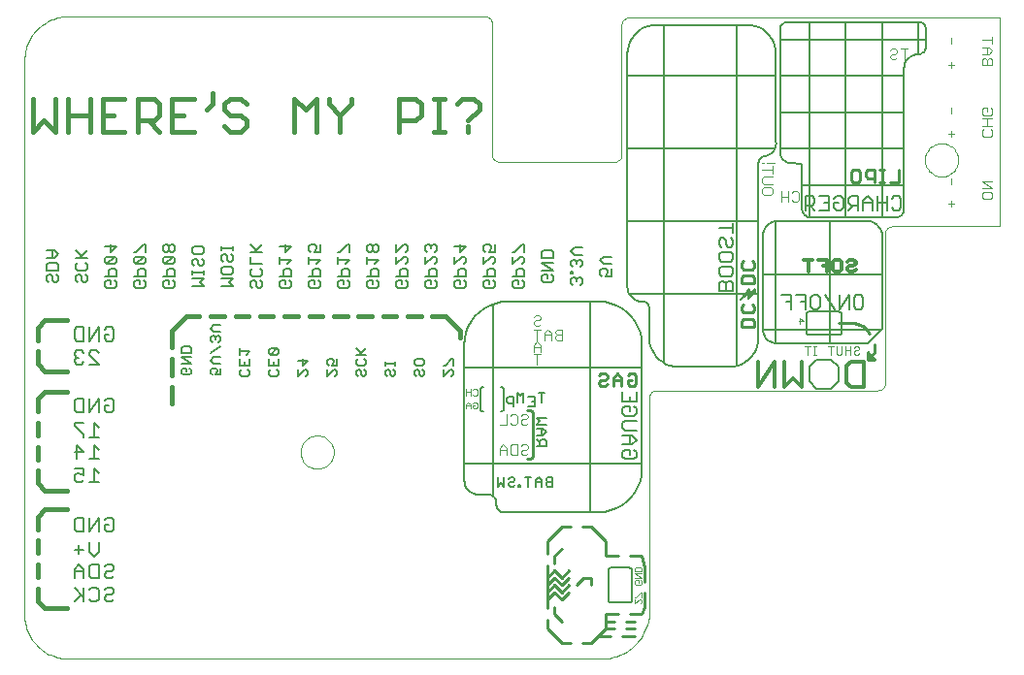
<source format=gbo>
G75*
G70*
%OFA0B0*%
%FSLAX24Y24*%
%IPPOS*%
%LPD*%
%AMOC8*
5,1,8,0,0,1.08239X$1,22.5*
%
%ADD10C,0.0060*%
%ADD11C,0.0030*%
%ADD12C,0.0080*%
%ADD13C,0.0050*%
%ADD14C,0.0020*%
%ADD15C,0.0040*%
%ADD16C,0.0120*%
%ADD17C,0.0110*%
%ADD18C,0.0100*%
%ADD19C,0.0090*%
%ADD20C,0.0160*%
%ADD21C,0.0000*%
D10*
X012254Y011261D02*
X012254Y011375D01*
X012311Y011431D01*
X012424Y011431D01*
X012424Y011318D01*
X012537Y011431D02*
X012594Y011375D01*
X012594Y011261D01*
X012537Y011204D01*
X012311Y011204D01*
X012254Y011261D01*
X012254Y011573D02*
X012594Y011573D01*
X012254Y011800D01*
X012594Y011800D01*
X012594Y011941D02*
X012254Y011941D01*
X012254Y012111D01*
X012311Y012168D01*
X012537Y012168D01*
X012594Y012111D01*
X012594Y011941D01*
X013254Y011941D02*
X013594Y012168D01*
X013537Y012309D02*
X013594Y012366D01*
X013594Y012479D01*
X013537Y012536D01*
X013481Y012536D01*
X013424Y012479D01*
X013367Y012536D01*
X013311Y012536D01*
X013254Y012479D01*
X013254Y012366D01*
X013311Y012309D01*
X013424Y012423D02*
X013424Y012479D01*
X013367Y012678D02*
X013254Y012791D01*
X013367Y012905D01*
X013594Y012905D01*
X013594Y012678D02*
X013367Y012678D01*
X014254Y012118D02*
X014254Y011891D01*
X014254Y012004D02*
X014594Y012004D01*
X014481Y011891D01*
X014594Y011750D02*
X014594Y011523D01*
X014254Y011523D01*
X014254Y011750D01*
X014424Y011636D02*
X014424Y011523D01*
X014311Y011381D02*
X014254Y011325D01*
X014254Y011211D01*
X014311Y011154D01*
X014537Y011154D01*
X014594Y011211D01*
X014594Y011325D01*
X014537Y011381D01*
X015254Y011325D02*
X015254Y011211D01*
X015311Y011154D01*
X015537Y011154D01*
X015594Y011211D01*
X015594Y011325D01*
X015537Y011381D01*
X015594Y011523D02*
X015254Y011523D01*
X015254Y011750D01*
X015311Y011891D02*
X015537Y012118D01*
X015311Y012118D01*
X015254Y012061D01*
X015254Y011948D01*
X015311Y011891D01*
X015537Y011891D01*
X015594Y011948D01*
X015594Y012061D01*
X015537Y012118D01*
X015594Y011750D02*
X015594Y011523D01*
X015424Y011523D02*
X015424Y011636D01*
X015311Y011381D02*
X015254Y011325D01*
X016254Y011381D02*
X016254Y011154D01*
X016481Y011381D01*
X016537Y011381D01*
X016594Y011325D01*
X016594Y011211D01*
X016537Y011154D01*
X016424Y011523D02*
X016424Y011750D01*
X016254Y011693D02*
X016594Y011693D01*
X016424Y011523D01*
X017254Y011579D02*
X017254Y011693D01*
X017311Y011750D01*
X017424Y011750D01*
X017481Y011693D01*
X017481Y011636D01*
X017424Y011523D01*
X017594Y011523D01*
X017594Y011750D01*
X017311Y011523D02*
X017254Y011579D01*
X017254Y011381D02*
X017254Y011154D01*
X017481Y011381D01*
X017537Y011381D01*
X017594Y011325D01*
X017594Y011211D01*
X017537Y011154D01*
X018254Y011211D02*
X018311Y011154D01*
X018254Y011211D02*
X018254Y011325D01*
X018311Y011381D01*
X018367Y011381D01*
X018424Y011325D01*
X018424Y011211D01*
X018481Y011154D01*
X018537Y011154D01*
X018594Y011211D01*
X018594Y011325D01*
X018537Y011381D01*
X018537Y011523D02*
X018311Y011523D01*
X018254Y011579D01*
X018254Y011693D01*
X018311Y011750D01*
X018367Y011891D02*
X018594Y012118D01*
X018594Y011891D02*
X018254Y011891D01*
X018424Y011948D02*
X018254Y012118D01*
X018537Y011750D02*
X018594Y011693D01*
X018594Y011579D01*
X018537Y011523D01*
X019254Y011523D02*
X019254Y011636D01*
X019254Y011579D02*
X019594Y011579D01*
X019594Y011523D02*
X019594Y011636D01*
X019537Y011381D02*
X019594Y011325D01*
X019594Y011211D01*
X019537Y011154D01*
X019481Y011154D01*
X019424Y011211D01*
X019424Y011325D01*
X019367Y011381D01*
X019311Y011381D01*
X019254Y011325D01*
X019254Y011211D01*
X019311Y011154D01*
X020254Y011211D02*
X020311Y011154D01*
X020254Y011211D02*
X020254Y011325D01*
X020311Y011381D01*
X020367Y011381D01*
X020424Y011325D01*
X020424Y011211D01*
X020481Y011154D01*
X020537Y011154D01*
X020594Y011211D01*
X020594Y011325D01*
X020537Y011381D01*
X020537Y011523D02*
X020311Y011523D01*
X020254Y011579D01*
X020254Y011693D01*
X020311Y011750D01*
X020537Y011750D01*
X020594Y011693D01*
X020594Y011579D01*
X020537Y011523D01*
X021254Y011523D02*
X021311Y011523D01*
X021537Y011750D01*
X021594Y011750D01*
X021594Y011523D01*
X021537Y011381D02*
X021594Y011325D01*
X021594Y011211D01*
X021537Y011154D01*
X021537Y011381D02*
X021481Y011381D01*
X021254Y011154D01*
X021254Y011381D01*
X020954Y014176D02*
X020694Y014176D01*
X020629Y014241D01*
X020629Y014371D01*
X020694Y014436D01*
X020824Y014436D01*
X020824Y014306D01*
X020954Y014436D02*
X021019Y014371D01*
X021019Y014241D01*
X020954Y014176D01*
X021629Y014241D02*
X021629Y014371D01*
X021694Y014436D01*
X021824Y014436D01*
X021824Y014306D01*
X021954Y014436D02*
X022019Y014371D01*
X022019Y014241D01*
X021954Y014176D01*
X021694Y014176D01*
X021629Y014241D01*
X021629Y014590D02*
X022019Y014590D01*
X022019Y014785D01*
X021954Y014850D01*
X021824Y014850D01*
X021759Y014785D01*
X021759Y014590D01*
X021629Y015004D02*
X021889Y015265D01*
X021954Y015265D01*
X022019Y015200D01*
X022019Y015069D01*
X021954Y015004D01*
X021629Y015004D02*
X021629Y015265D01*
X021824Y015419D02*
X021824Y015679D01*
X021629Y015614D02*
X022019Y015614D01*
X021824Y015419D01*
X021019Y015484D02*
X021019Y015614D01*
X020954Y015679D01*
X020889Y015679D01*
X020824Y015614D01*
X020759Y015679D01*
X020694Y015679D01*
X020629Y015614D01*
X020629Y015484D01*
X020694Y015419D01*
X020629Y015265D02*
X020629Y015004D01*
X020889Y015265D01*
X020954Y015265D01*
X021019Y015200D01*
X021019Y015069D01*
X020954Y015004D01*
X020954Y014850D02*
X020824Y014850D01*
X020759Y014785D01*
X020759Y014590D01*
X020629Y014590D02*
X021019Y014590D01*
X021019Y014785D01*
X020954Y014850D01*
X020954Y015419D02*
X021019Y015484D01*
X020824Y015549D02*
X020824Y015614D01*
X020019Y015614D02*
X020019Y015484D01*
X019954Y015419D01*
X019954Y015265D02*
X019889Y015265D01*
X019629Y015004D01*
X019629Y015265D01*
X019629Y015419D02*
X019889Y015679D01*
X019954Y015679D01*
X020019Y015614D01*
X019954Y015265D02*
X020019Y015200D01*
X020019Y015069D01*
X019954Y015004D01*
X019954Y014850D02*
X019824Y014850D01*
X019759Y014785D01*
X019759Y014590D01*
X019629Y014590D02*
X020019Y014590D01*
X020019Y014785D01*
X019954Y014850D01*
X019954Y014436D02*
X020019Y014371D01*
X020019Y014241D01*
X019954Y014176D01*
X019694Y014176D01*
X019629Y014241D01*
X019629Y014371D01*
X019694Y014436D01*
X019824Y014436D01*
X019824Y014306D01*
X019019Y014371D02*
X019019Y014241D01*
X018954Y014176D01*
X018694Y014176D01*
X018629Y014241D01*
X018629Y014371D01*
X018694Y014436D01*
X018824Y014436D01*
X018824Y014306D01*
X018954Y014436D02*
X019019Y014371D01*
X019019Y014590D02*
X019019Y014785D01*
X018954Y014850D01*
X018824Y014850D01*
X018759Y014785D01*
X018759Y014590D01*
X018629Y014590D02*
X019019Y014590D01*
X018889Y015004D02*
X019019Y015135D01*
X018629Y015135D01*
X018629Y015265D02*
X018629Y015004D01*
X018694Y015419D02*
X018759Y015419D01*
X018824Y015484D01*
X018824Y015614D01*
X018759Y015679D01*
X018694Y015679D01*
X018629Y015614D01*
X018629Y015484D01*
X018694Y015419D01*
X018824Y015484D02*
X018889Y015419D01*
X018954Y015419D01*
X019019Y015484D01*
X019019Y015614D01*
X018954Y015679D01*
X018889Y015679D01*
X018824Y015614D01*
X018019Y015679D02*
X018019Y015419D01*
X018019Y015679D02*
X017954Y015679D01*
X017694Y015419D01*
X017629Y015419D01*
X017629Y015265D02*
X017629Y015004D01*
X017629Y015135D02*
X018019Y015135D01*
X017889Y015004D01*
X017824Y014850D02*
X017759Y014785D01*
X017759Y014590D01*
X017629Y014590D02*
X018019Y014590D01*
X018019Y014785D01*
X017954Y014850D01*
X017824Y014850D01*
X017824Y014436D02*
X017694Y014436D01*
X017629Y014371D01*
X017629Y014241D01*
X017694Y014176D01*
X017954Y014176D01*
X018019Y014241D01*
X018019Y014371D01*
X017954Y014436D01*
X017824Y014436D02*
X017824Y014306D01*
X017019Y014371D02*
X017019Y014241D01*
X016954Y014176D01*
X016694Y014176D01*
X016629Y014241D01*
X016629Y014371D01*
X016694Y014436D01*
X016824Y014436D01*
X016824Y014306D01*
X016954Y014436D02*
X017019Y014371D01*
X017019Y014590D02*
X016629Y014590D01*
X016759Y014590D02*
X016759Y014785D01*
X016824Y014850D01*
X016954Y014850D01*
X017019Y014785D01*
X017019Y014590D01*
X016889Y015004D02*
X017019Y015135D01*
X016629Y015135D01*
X016629Y015265D02*
X016629Y015004D01*
X016019Y015135D02*
X015629Y015135D01*
X015629Y015265D02*
X015629Y015004D01*
X015824Y014850D02*
X015759Y014785D01*
X015759Y014590D01*
X015629Y014590D02*
X016019Y014590D01*
X016019Y014785D01*
X015954Y014850D01*
X015824Y014850D01*
X015889Y015004D02*
X016019Y015135D01*
X015824Y015419D02*
X015824Y015679D01*
X015629Y015614D02*
X016019Y015614D01*
X015824Y015419D01*
X015019Y015419D02*
X014629Y015419D01*
X014759Y015419D02*
X015019Y015679D01*
X014824Y015484D02*
X014629Y015679D01*
X014629Y015265D02*
X014629Y015004D01*
X015019Y015004D01*
X014954Y014850D02*
X015019Y014785D01*
X015019Y014655D01*
X014954Y014590D01*
X014694Y014590D01*
X014629Y014655D01*
X014629Y014785D01*
X014694Y014850D01*
X014694Y014436D02*
X014629Y014371D01*
X014629Y014241D01*
X014694Y014176D01*
X014824Y014241D02*
X014824Y014371D01*
X014759Y014436D01*
X014694Y014436D01*
X014824Y014241D02*
X014889Y014176D01*
X014954Y014176D01*
X015019Y014241D01*
X015019Y014371D01*
X014954Y014436D01*
X015629Y014371D02*
X015629Y014241D01*
X015694Y014176D01*
X015954Y014176D01*
X016019Y014241D01*
X016019Y014371D01*
X015954Y014436D01*
X015824Y014436D02*
X015824Y014306D01*
X015824Y014436D02*
X015694Y014436D01*
X015629Y014371D01*
X016694Y015419D02*
X016629Y015484D01*
X016629Y015614D01*
X016694Y015679D01*
X016824Y015679D01*
X016889Y015614D01*
X016889Y015549D01*
X016824Y015419D01*
X017019Y015419D01*
X017019Y015679D01*
X019629Y015679D02*
X019629Y015419D01*
X022629Y015484D02*
X022694Y015419D01*
X022629Y015484D02*
X022629Y015614D01*
X022694Y015679D01*
X022824Y015679D01*
X022889Y015614D01*
X022889Y015549D01*
X022824Y015419D01*
X023019Y015419D01*
X023019Y015679D01*
X022954Y015265D02*
X023019Y015200D01*
X023019Y015069D01*
X022954Y015004D01*
X022954Y014850D02*
X022824Y014850D01*
X022759Y014785D01*
X022759Y014590D01*
X022629Y014590D02*
X023019Y014590D01*
X023019Y014785D01*
X022954Y014850D01*
X022629Y015004D02*
X022889Y015265D01*
X022954Y015265D01*
X022629Y015265D02*
X022629Y015004D01*
X022694Y014436D02*
X022824Y014436D01*
X022824Y014306D01*
X022694Y014436D02*
X022629Y014371D01*
X022629Y014241D01*
X022694Y014176D01*
X022954Y014176D01*
X023019Y014241D01*
X023019Y014371D01*
X022954Y014436D01*
X023629Y014371D02*
X023629Y014241D01*
X023694Y014176D01*
X023954Y014176D01*
X024019Y014241D01*
X024019Y014371D01*
X023954Y014436D01*
X023824Y014436D02*
X023824Y014306D01*
X023824Y014436D02*
X023694Y014436D01*
X023629Y014371D01*
X023629Y014590D02*
X024019Y014590D01*
X024019Y014785D01*
X023954Y014850D01*
X023824Y014850D01*
X023759Y014785D01*
X023759Y014590D01*
X023629Y015004D02*
X023889Y015265D01*
X023954Y015265D01*
X024019Y015200D01*
X024019Y015069D01*
X023954Y015004D01*
X023629Y015004D02*
X023629Y015265D01*
X023629Y015419D02*
X023694Y015419D01*
X023954Y015679D01*
X024019Y015679D01*
X024019Y015419D01*
X024629Y015407D02*
X024629Y015212D01*
X025019Y015212D01*
X025019Y015407D01*
X024954Y015472D01*
X024694Y015472D01*
X024629Y015407D01*
X024629Y015057D02*
X025019Y015057D01*
X025019Y014797D02*
X024629Y014797D01*
X024694Y014643D02*
X024824Y014643D01*
X024824Y014513D01*
X024694Y014643D02*
X024629Y014578D01*
X024629Y014448D01*
X024694Y014383D01*
X024954Y014383D01*
X025019Y014448D01*
X025019Y014578D01*
X024954Y014643D01*
X025019Y014797D02*
X024629Y015057D01*
X025629Y015096D02*
X025629Y014966D01*
X025694Y014901D01*
X025694Y014759D02*
X025629Y014759D01*
X025629Y014694D01*
X025694Y014694D01*
X025694Y014759D01*
X025694Y014540D02*
X025629Y014474D01*
X025629Y014344D01*
X025694Y014279D01*
X025824Y014409D02*
X025824Y014474D01*
X025759Y014540D01*
X025694Y014540D01*
X025824Y014474D02*
X025889Y014540D01*
X025954Y014540D01*
X026019Y014474D01*
X026019Y014344D01*
X025954Y014279D01*
X026629Y014655D02*
X026694Y014590D01*
X026629Y014655D02*
X026629Y014785D01*
X026694Y014850D01*
X026824Y014850D01*
X026889Y014785D01*
X026889Y014720D01*
X026824Y014590D01*
X027019Y014590D01*
X027019Y014850D01*
X027019Y015004D02*
X026759Y015004D01*
X026629Y015135D01*
X026759Y015265D01*
X027019Y015265D01*
X026019Y015315D02*
X025759Y015315D01*
X025629Y015445D01*
X025759Y015575D01*
X026019Y015575D01*
X025954Y015161D02*
X025889Y015161D01*
X025824Y015096D01*
X025759Y015161D01*
X025694Y015161D01*
X025629Y015096D01*
X025824Y015096D02*
X025824Y015031D01*
X025954Y015161D02*
X026019Y015096D01*
X026019Y014966D01*
X025954Y014901D01*
X030714Y014836D02*
X030714Y014676D01*
X030794Y014596D01*
X031114Y014596D01*
X031194Y014676D01*
X031194Y014836D01*
X031114Y014916D01*
X030794Y014916D01*
X030714Y014836D01*
X030794Y015093D02*
X030714Y015173D01*
X030714Y015333D01*
X030794Y015413D01*
X031114Y015413D01*
X031194Y015333D01*
X031194Y015173D01*
X031114Y015093D01*
X030794Y015093D01*
X030794Y015590D02*
X030714Y015670D01*
X030714Y015830D01*
X030794Y015910D01*
X030874Y015910D01*
X030954Y015830D01*
X030954Y015670D01*
X031034Y015590D01*
X031114Y015590D01*
X031194Y015670D01*
X031194Y015830D01*
X031114Y015910D01*
X031194Y016087D02*
X031194Y016407D01*
X031194Y016247D02*
X030714Y016247D01*
X030794Y014419D02*
X030714Y014338D01*
X030714Y014098D01*
X031194Y014098D01*
X031194Y014338D01*
X031114Y014419D01*
X031034Y014419D01*
X030954Y014338D01*
X030954Y014098D01*
X030954Y014338D02*
X030874Y014419D01*
X030794Y014419D01*
X032871Y013945D02*
X033191Y013945D01*
X033191Y013464D01*
X033191Y013705D02*
X033031Y013705D01*
X033368Y013945D02*
X033688Y013945D01*
X033688Y013464D01*
X033824Y013374D02*
X034824Y013374D01*
X034860Y013464D02*
X034860Y013945D01*
X035180Y013945D02*
X034860Y013464D01*
X034683Y013464D02*
X034363Y013945D01*
X034186Y013865D02*
X034186Y013544D01*
X034106Y013464D01*
X033945Y013464D01*
X033865Y013544D01*
X033865Y013865D01*
X033945Y013945D01*
X034106Y013945D01*
X034186Y013865D01*
X033688Y013705D02*
X033528Y013705D01*
X033724Y013274D02*
X033724Y012674D01*
X033726Y012657D01*
X033730Y012640D01*
X033737Y012624D01*
X033747Y012610D01*
X033760Y012597D01*
X033774Y012587D01*
X033790Y012580D01*
X033807Y012576D01*
X033824Y012574D01*
X034824Y012574D01*
X034841Y012576D01*
X034858Y012580D01*
X034874Y012587D01*
X034888Y012597D01*
X034901Y012610D01*
X034911Y012624D01*
X034918Y012640D01*
X034922Y012657D01*
X034924Y012674D01*
X034924Y013274D01*
X034922Y013291D01*
X034918Y013308D01*
X034911Y013324D01*
X034901Y013338D01*
X034888Y013351D01*
X034874Y013361D01*
X034858Y013368D01*
X034841Y013372D01*
X034824Y013374D01*
X035180Y013464D02*
X035180Y013945D01*
X035357Y013865D02*
X035437Y013945D01*
X035597Y013945D01*
X035677Y013865D01*
X035677Y013544D01*
X035597Y013464D01*
X035437Y013464D01*
X035357Y013544D01*
X035357Y013865D01*
X033824Y013374D02*
X033807Y013372D01*
X033790Y013368D01*
X033774Y013361D01*
X033760Y013351D01*
X033747Y013338D01*
X033737Y013324D01*
X033730Y013308D01*
X033726Y013291D01*
X033724Y013274D01*
X033687Y016864D02*
X033687Y017345D01*
X033927Y017345D01*
X034007Y017265D01*
X034007Y017105D01*
X033927Y017025D01*
X033687Y017025D01*
X033847Y017025D02*
X034007Y016864D01*
X034171Y016864D02*
X034491Y016864D01*
X034491Y017345D01*
X034171Y017345D01*
X034331Y017105D02*
X034491Y017105D01*
X034668Y017105D02*
X034668Y016944D01*
X034748Y016864D01*
X034908Y016864D01*
X034988Y016944D01*
X034988Y017265D01*
X034908Y017345D01*
X034748Y017345D01*
X034668Y017265D01*
X034668Y017105D02*
X034828Y017105D01*
X035165Y017105D02*
X035165Y017265D01*
X035245Y017345D01*
X035486Y017345D01*
X035486Y016864D01*
X035486Y017025D02*
X035245Y017025D01*
X035165Y017105D01*
X035325Y017025D02*
X035165Y016864D01*
X035663Y016864D02*
X035663Y017185D01*
X035823Y017345D01*
X035983Y017185D01*
X035983Y016864D01*
X036160Y016864D02*
X036160Y017345D01*
X036160Y017105D02*
X036480Y017105D01*
X036657Y017265D02*
X036737Y017345D01*
X036897Y017345D01*
X036977Y017265D01*
X036977Y016944D01*
X036897Y016864D01*
X036737Y016864D01*
X036657Y016944D01*
X036480Y016864D02*
X036480Y017345D01*
X035983Y017105D02*
X035663Y017105D01*
X027884Y010612D02*
X027884Y010292D01*
X027404Y010292D01*
X027404Y010612D01*
X027644Y010452D02*
X027644Y010292D01*
X027644Y010115D02*
X027644Y009955D01*
X027644Y010115D02*
X027484Y010115D01*
X027404Y010035D01*
X027404Y009875D01*
X027484Y009795D01*
X027804Y009795D01*
X027884Y009875D01*
X027884Y010035D01*
X027804Y010115D01*
X027884Y009618D02*
X027484Y009618D01*
X027404Y009538D01*
X027404Y009378D01*
X027484Y009298D01*
X027884Y009298D01*
X027724Y009121D02*
X027404Y009121D01*
X027644Y009121D02*
X027644Y008801D01*
X027724Y008801D02*
X027884Y008961D01*
X027724Y009121D01*
X027724Y008801D02*
X027404Y008801D01*
X027484Y008624D02*
X027404Y008543D01*
X027404Y008383D01*
X027484Y008303D01*
X027804Y008303D01*
X027884Y008383D01*
X027884Y008543D01*
X027804Y008624D01*
X027644Y008624D02*
X027644Y008463D01*
X027644Y008624D02*
X027484Y008624D01*
X027624Y004574D02*
X027024Y004574D01*
X027007Y004572D01*
X026990Y004568D01*
X026974Y004561D01*
X026960Y004551D01*
X026947Y004538D01*
X026937Y004524D01*
X026930Y004508D01*
X026926Y004491D01*
X026924Y004474D01*
X026924Y003474D01*
X026926Y003457D01*
X026930Y003440D01*
X026937Y003424D01*
X026947Y003410D01*
X026960Y003397D01*
X026974Y003387D01*
X026990Y003380D01*
X027007Y003376D01*
X027024Y003374D01*
X027624Y003374D01*
X027641Y003376D01*
X027658Y003380D01*
X027674Y003387D01*
X027688Y003397D01*
X027701Y003410D01*
X027711Y003424D01*
X027718Y003440D01*
X027722Y003457D01*
X027724Y003474D01*
X027724Y004474D01*
X027722Y004491D01*
X027718Y004508D01*
X027711Y004524D01*
X027701Y004538D01*
X027688Y004551D01*
X027674Y004561D01*
X027658Y004568D01*
X027641Y004572D01*
X027624Y004574D01*
X013594Y011204D02*
X013424Y011204D01*
X013481Y011318D01*
X013481Y011375D01*
X013424Y011431D01*
X013311Y011431D01*
X013254Y011375D01*
X013254Y011261D01*
X013311Y011204D01*
X013594Y011204D02*
X013594Y011431D01*
X013594Y011573D02*
X013367Y011573D01*
X013254Y011686D01*
X013367Y011800D01*
X013594Y011800D01*
X013629Y014245D02*
X014019Y014245D01*
X013889Y014375D01*
X014019Y014505D01*
X013629Y014505D01*
X013694Y014659D02*
X013629Y014724D01*
X013629Y014854D01*
X013694Y014919D01*
X013954Y014919D01*
X014019Y014854D01*
X014019Y014724D01*
X013954Y014659D01*
X013694Y014659D01*
X013694Y015073D02*
X013629Y015139D01*
X013629Y015269D01*
X013694Y015334D01*
X013759Y015334D01*
X013824Y015269D01*
X013824Y015139D01*
X013889Y015073D01*
X013954Y015073D01*
X014019Y015139D01*
X014019Y015269D01*
X013954Y015334D01*
X014019Y015488D02*
X014019Y015618D01*
X014019Y015553D02*
X013629Y015553D01*
X013629Y015488D02*
X013629Y015618D01*
X013019Y015545D02*
X012954Y015610D01*
X012694Y015610D01*
X012629Y015545D01*
X012629Y015415D01*
X012694Y015350D01*
X012954Y015350D01*
X013019Y015415D01*
X013019Y015545D01*
X012954Y015196D02*
X013019Y015131D01*
X013019Y015000D01*
X012954Y014935D01*
X012889Y014935D01*
X012824Y015000D01*
X012824Y015131D01*
X012759Y015196D01*
X012694Y015196D01*
X012629Y015131D01*
X012629Y015000D01*
X012694Y014935D01*
X012629Y014789D02*
X012629Y014659D01*
X012629Y014724D02*
X013019Y014724D01*
X013019Y014659D02*
X013019Y014789D01*
X013019Y014505D02*
X012629Y014505D01*
X012629Y014245D02*
X013019Y014245D01*
X012889Y014375D01*
X013019Y014505D01*
X012019Y014590D02*
X012019Y014785D01*
X011954Y014850D01*
X011824Y014850D01*
X011759Y014785D01*
X011759Y014590D01*
X011629Y014590D02*
X012019Y014590D01*
X011954Y014436D02*
X012019Y014371D01*
X012019Y014241D01*
X011954Y014176D01*
X011694Y014176D01*
X011629Y014241D01*
X011629Y014371D01*
X011694Y014436D01*
X011824Y014436D01*
X011824Y014306D01*
X011694Y015004D02*
X011954Y015265D01*
X011694Y015265D01*
X011629Y015200D01*
X011629Y015069D01*
X011694Y015004D01*
X011954Y015004D01*
X012019Y015069D01*
X012019Y015200D01*
X011954Y015265D01*
X011954Y015419D02*
X011889Y015419D01*
X011824Y015484D01*
X011824Y015614D01*
X011759Y015679D01*
X011694Y015679D01*
X011629Y015614D01*
X011629Y015484D01*
X011694Y015419D01*
X011759Y015419D01*
X011824Y015484D01*
X011824Y015614D02*
X011889Y015679D01*
X011954Y015679D01*
X012019Y015614D01*
X012019Y015484D01*
X011954Y015419D01*
X011019Y015419D02*
X011019Y015679D01*
X010954Y015679D01*
X010694Y015419D01*
X010629Y015419D01*
X010694Y015265D02*
X010629Y015200D01*
X010629Y015069D01*
X010694Y015004D01*
X010954Y015265D01*
X010694Y015265D01*
X010954Y015265D02*
X011019Y015200D01*
X011019Y015069D01*
X010954Y015004D01*
X010694Y015004D01*
X010824Y014850D02*
X010759Y014785D01*
X010759Y014590D01*
X010629Y014590D02*
X011019Y014590D01*
X011019Y014785D01*
X010954Y014850D01*
X010824Y014850D01*
X010824Y014436D02*
X010824Y014306D01*
X010824Y014436D02*
X010694Y014436D01*
X010629Y014371D01*
X010629Y014241D01*
X010694Y014176D01*
X010954Y014176D01*
X011019Y014241D01*
X011019Y014371D01*
X010954Y014436D01*
X010019Y014371D02*
X010019Y014241D01*
X009954Y014176D01*
X009694Y014176D01*
X009629Y014241D01*
X009629Y014371D01*
X009694Y014436D01*
X009824Y014436D01*
X009824Y014306D01*
X009954Y014436D02*
X010019Y014371D01*
X010019Y014590D02*
X009629Y014590D01*
X009759Y014590D02*
X009759Y014785D01*
X009824Y014850D01*
X009954Y014850D01*
X010019Y014785D01*
X010019Y014590D01*
X009954Y015004D02*
X009694Y015004D01*
X009954Y015265D01*
X009694Y015265D01*
X009629Y015200D01*
X009629Y015069D01*
X009694Y015004D01*
X009954Y015004D02*
X010019Y015069D01*
X010019Y015200D01*
X009954Y015265D01*
X009824Y015419D02*
X009824Y015679D01*
X009629Y015614D02*
X010019Y015614D01*
X009824Y015419D01*
X009019Y015472D02*
X008759Y015212D01*
X008824Y015277D02*
X008629Y015472D01*
X008629Y015212D02*
X009019Y015212D01*
X008954Y015057D02*
X009019Y014992D01*
X009019Y014862D01*
X008954Y014797D01*
X008694Y014797D01*
X008629Y014862D01*
X008629Y014992D01*
X008694Y015057D01*
X008694Y014643D02*
X008629Y014578D01*
X008629Y014448D01*
X008694Y014383D01*
X008824Y014448D02*
X008824Y014578D01*
X008759Y014643D01*
X008694Y014643D01*
X008824Y014448D02*
X008889Y014383D01*
X008954Y014383D01*
X009019Y014448D01*
X009019Y014578D01*
X008954Y014643D01*
X008019Y014578D02*
X008019Y014448D01*
X007954Y014383D01*
X007889Y014383D01*
X007824Y014448D01*
X007824Y014578D01*
X007759Y014643D01*
X007694Y014643D01*
X007629Y014578D01*
X007629Y014448D01*
X007694Y014383D01*
X007954Y014643D02*
X008019Y014578D01*
X008019Y014797D02*
X008019Y014992D01*
X007954Y015057D01*
X007694Y015057D01*
X007629Y014992D01*
X007629Y014797D01*
X008019Y014797D01*
X007889Y015212D02*
X008019Y015342D01*
X007889Y015472D01*
X007629Y015472D01*
X007824Y015472D02*
X007824Y015212D01*
X007889Y015212D02*
X007629Y015212D01*
D11*
X023178Y009489D02*
X023425Y009489D01*
X023425Y009860D01*
X023546Y009798D02*
X023608Y009860D01*
X023731Y009860D01*
X023793Y009798D01*
X023793Y009551D01*
X023731Y009489D01*
X023608Y009489D01*
X023546Y009551D01*
X023915Y009551D02*
X023976Y009489D01*
X024100Y009489D01*
X024161Y009551D01*
X024100Y009675D02*
X023976Y009675D01*
X023915Y009613D01*
X023915Y009551D01*
X024100Y009675D02*
X024161Y009736D01*
X024161Y009798D01*
X024100Y009860D01*
X023976Y009860D01*
X023915Y009798D01*
X023976Y008810D02*
X023915Y008748D01*
X023976Y008810D02*
X024100Y008810D01*
X024161Y008748D01*
X024161Y008686D01*
X024100Y008625D01*
X023976Y008625D01*
X023915Y008563D01*
X023915Y008501D01*
X023976Y008439D01*
X024100Y008439D01*
X024161Y008501D01*
X023793Y008439D02*
X023793Y008810D01*
X023608Y008810D01*
X023546Y008748D01*
X023546Y008501D01*
X023608Y008439D01*
X023793Y008439D01*
X023425Y008439D02*
X023425Y008686D01*
X023301Y008810D01*
X023178Y008686D01*
X023178Y008439D01*
X023178Y008625D02*
X023425Y008625D01*
X038587Y017086D02*
X038781Y017086D01*
X038684Y016989D02*
X038684Y017183D01*
X038684Y017739D02*
X038684Y017933D01*
X038684Y019389D02*
X038684Y019583D01*
X038781Y019486D02*
X038587Y019486D01*
X038684Y020189D02*
X038684Y020383D01*
X038684Y021739D02*
X038684Y021933D01*
X038781Y021836D02*
X038587Y021836D01*
X038684Y022589D02*
X038684Y022783D01*
D12*
X024739Y010585D02*
X024525Y010585D01*
X024632Y010585D02*
X024632Y010264D01*
X024389Y010275D02*
X024282Y010275D01*
X024175Y010435D02*
X024389Y010435D01*
X024389Y010114D01*
X024175Y010114D01*
X024002Y010264D02*
X024002Y010585D01*
X023895Y010478D01*
X023789Y010585D01*
X023789Y010264D01*
X023652Y010221D02*
X023492Y010221D01*
X023439Y010275D01*
X023439Y010381D01*
X023492Y010435D01*
X023652Y010435D01*
X023652Y010114D01*
X023324Y010049D02*
X023324Y010699D01*
X023322Y010716D01*
X023318Y010733D01*
X023311Y010749D01*
X023301Y010763D01*
X023288Y010776D01*
X023274Y010786D01*
X023258Y010793D01*
X023241Y010797D01*
X023224Y010799D01*
X022624Y010799D02*
X022607Y010797D01*
X022590Y010793D01*
X022574Y010786D01*
X022560Y010776D01*
X022547Y010763D01*
X022537Y010749D01*
X022530Y010733D01*
X022526Y010716D01*
X022524Y010699D01*
X022524Y010049D01*
X022526Y010032D01*
X022530Y010015D01*
X022537Y009999D01*
X022547Y009985D01*
X022560Y009972D01*
X022574Y009962D01*
X022590Y009955D01*
X022607Y009951D01*
X022624Y009949D01*
X023224Y009949D02*
X023241Y009951D01*
X023258Y009955D01*
X023274Y009962D01*
X023288Y009972D01*
X023301Y009985D01*
X023311Y009999D01*
X023318Y010015D01*
X023322Y010032D01*
X023324Y010049D01*
X024464Y009712D02*
X024571Y009605D01*
X024464Y009499D01*
X024784Y009499D01*
X024677Y009344D02*
X024464Y009344D01*
X024624Y009344D02*
X024624Y009130D01*
X024677Y009130D02*
X024784Y009237D01*
X024677Y009344D01*
X024677Y009130D02*
X024464Y009130D01*
X024464Y008975D02*
X024571Y008869D01*
X024571Y008922D02*
X024571Y008762D01*
X024464Y008762D02*
X024784Y008762D01*
X024784Y008922D01*
X024731Y008975D01*
X024624Y008975D01*
X024571Y008922D01*
X024464Y009712D02*
X024784Y009712D01*
X024837Y007685D02*
X024783Y007631D01*
X024783Y007578D01*
X024837Y007525D01*
X024997Y007525D01*
X024997Y007685D02*
X024997Y007364D01*
X024837Y007364D01*
X024783Y007418D01*
X024783Y007471D01*
X024837Y007525D01*
X024837Y007685D02*
X024997Y007685D01*
X024628Y007578D02*
X024628Y007364D01*
X024628Y007525D02*
X024415Y007525D01*
X024415Y007578D02*
X024415Y007364D01*
X024415Y007578D02*
X024522Y007685D01*
X024628Y007578D01*
X024260Y007685D02*
X024047Y007685D01*
X024153Y007685D02*
X024153Y007364D01*
X023892Y007364D02*
X023838Y007364D01*
X023838Y007418D01*
X023892Y007418D01*
X023892Y007364D01*
X023708Y007418D02*
X023654Y007364D01*
X023548Y007364D01*
X023494Y007418D01*
X023494Y007471D01*
X023548Y007525D01*
X023654Y007525D01*
X023708Y007578D01*
X023708Y007631D01*
X023654Y007685D01*
X023548Y007685D01*
X023494Y007631D01*
X023339Y007685D02*
X023339Y007364D01*
X023233Y007471D01*
X023126Y007364D01*
X023126Y007685D01*
X009931Y006205D02*
X009931Y005884D01*
X009851Y005804D01*
X009691Y005804D01*
X009611Y005884D01*
X009611Y006045D01*
X009771Y006045D01*
X009931Y006205D02*
X009851Y006285D01*
X009691Y006285D01*
X009611Y006205D01*
X009415Y006285D02*
X009095Y005804D01*
X009095Y006285D01*
X008900Y006285D02*
X008659Y006285D01*
X008579Y006205D01*
X008579Y005884D01*
X008659Y005804D01*
X008900Y005804D01*
X008900Y006285D01*
X009415Y006285D02*
X009415Y005804D01*
X009415Y005435D02*
X009415Y005115D01*
X009255Y004954D01*
X009095Y005115D01*
X009095Y005435D01*
X008900Y005195D02*
X008579Y005195D01*
X008739Y005355D02*
X008739Y005034D01*
X008739Y004685D02*
X008579Y004525D01*
X008579Y004204D01*
X008579Y004445D02*
X008900Y004445D01*
X008900Y004525D02*
X008739Y004685D01*
X008900Y004525D02*
X008900Y004204D01*
X009095Y004284D02*
X009095Y004605D01*
X009175Y004685D01*
X009415Y004685D01*
X009415Y004204D01*
X009175Y004204D01*
X009095Y004284D01*
X009175Y003885D02*
X009335Y003885D01*
X009415Y003805D01*
X009415Y003484D01*
X009335Y003404D01*
X009175Y003404D01*
X009095Y003484D01*
X008900Y003404D02*
X008900Y003885D01*
X009095Y003805D02*
X009175Y003885D01*
X008900Y003565D02*
X008579Y003885D01*
X008819Y003645D02*
X008579Y003404D01*
X009611Y003484D02*
X009691Y003404D01*
X009851Y003404D01*
X009931Y003484D01*
X009851Y003645D02*
X009691Y003645D01*
X009611Y003565D01*
X009611Y003484D01*
X009851Y003645D02*
X009931Y003725D01*
X009931Y003805D01*
X009851Y003885D01*
X009691Y003885D01*
X009611Y003805D01*
X009691Y004204D02*
X009851Y004204D01*
X009931Y004284D01*
X009851Y004445D02*
X009691Y004445D01*
X009611Y004365D01*
X009611Y004284D01*
X009691Y004204D01*
X009851Y004445D02*
X009931Y004525D01*
X009931Y004605D01*
X009851Y004685D01*
X009691Y004685D01*
X009611Y004605D01*
X009415Y007504D02*
X009095Y007504D01*
X009255Y007504D02*
X009255Y007985D01*
X009415Y007825D01*
X009415Y008304D02*
X009095Y008304D01*
X009255Y008304D02*
X009255Y008785D01*
X009415Y008625D01*
X009415Y009054D02*
X009095Y009054D01*
X009255Y009054D02*
X009255Y009535D01*
X009415Y009375D01*
X008900Y009535D02*
X008579Y009535D01*
X008579Y009455D01*
X008900Y009134D01*
X008900Y009054D01*
X008659Y008785D02*
X008900Y008545D01*
X008579Y008545D01*
X008659Y008785D02*
X008659Y008304D01*
X008579Y007985D02*
X008900Y007985D01*
X008900Y007745D01*
X008739Y007825D01*
X008659Y007825D01*
X008579Y007745D01*
X008579Y007584D01*
X008659Y007504D01*
X008819Y007504D01*
X008900Y007584D01*
X008900Y009904D02*
X008659Y009904D01*
X008579Y009984D01*
X008579Y010305D01*
X008659Y010385D01*
X008900Y010385D01*
X008900Y009904D01*
X009095Y009904D02*
X009095Y010385D01*
X009415Y010385D02*
X009095Y009904D01*
X009415Y009904D02*
X009415Y010385D01*
X009611Y010305D02*
X009691Y010385D01*
X009851Y010385D01*
X009931Y010305D01*
X009931Y009984D01*
X009851Y009904D01*
X009691Y009904D01*
X009611Y009984D01*
X009611Y010145D01*
X009771Y010145D01*
X009415Y011554D02*
X009095Y011554D01*
X008900Y011634D02*
X008819Y011554D01*
X008659Y011554D01*
X008579Y011634D01*
X008579Y011715D01*
X008659Y011795D01*
X008739Y011795D01*
X008659Y011795D02*
X008579Y011875D01*
X008579Y011955D01*
X008659Y012035D01*
X008819Y012035D01*
X008900Y011955D01*
X009095Y011955D02*
X009175Y012035D01*
X009335Y012035D01*
X009415Y011955D01*
X009095Y011955D02*
X009095Y011875D01*
X009415Y011554D01*
X009415Y012354D02*
X009415Y012835D01*
X009095Y012354D01*
X009095Y012835D01*
X008900Y012835D02*
X008659Y012835D01*
X008579Y012755D01*
X008579Y012434D01*
X008659Y012354D01*
X008900Y012354D01*
X008900Y012835D01*
X009611Y012755D02*
X009691Y012835D01*
X009851Y012835D01*
X009931Y012755D01*
X009931Y012434D01*
X009851Y012354D01*
X009691Y012354D01*
X009611Y012434D01*
X009611Y012595D01*
X009771Y012595D01*
D13*
X021974Y012224D02*
X021974Y007574D01*
X021982Y007488D01*
X022004Y007403D01*
X022041Y007324D01*
X022091Y007253D01*
X022153Y007191D01*
X022224Y007141D01*
X022303Y007105D01*
X022387Y007082D01*
X022474Y007074D01*
X022824Y007074D01*
X022873Y007070D01*
X022920Y007055D01*
X022963Y007032D01*
X023001Y007001D01*
X023032Y006963D01*
X023055Y006920D01*
X023069Y006873D01*
X023074Y006824D01*
X023074Y006724D01*
X023079Y006676D01*
X023093Y006629D01*
X023116Y006586D01*
X023147Y006548D01*
X023185Y006517D01*
X023228Y006493D01*
X023275Y006479D01*
X023324Y006474D01*
X026574Y006474D01*
X026787Y006490D01*
X026997Y006535D01*
X027197Y006610D01*
X027385Y006713D01*
X027556Y006841D01*
X027708Y006992D01*
X027836Y007163D01*
X027938Y007351D01*
X028013Y007552D01*
X028059Y007761D01*
X028074Y007974D01*
X028074Y012224D01*
X028059Y012438D01*
X028013Y012647D01*
X027938Y012848D01*
X027836Y013035D01*
X027708Y013207D01*
X027556Y013358D01*
X027385Y013486D01*
X027197Y013589D01*
X026997Y013664D01*
X026787Y013709D01*
X026574Y013724D01*
X023474Y013724D01*
X023260Y013709D01*
X023051Y013664D01*
X022851Y013589D01*
X022663Y013486D01*
X022492Y013358D01*
X022340Y013207D01*
X022212Y013035D01*
X022109Y012848D01*
X022035Y012647D01*
X021989Y012438D01*
X021974Y012224D01*
X021974Y011464D02*
X028074Y011464D01*
X028568Y011820D02*
X028669Y011719D01*
X028783Y011633D01*
X028908Y011565D01*
X029042Y011515D01*
X029182Y011485D01*
X029324Y011474D01*
X031074Y011474D01*
X031216Y011485D01*
X031356Y011515D01*
X031489Y011565D01*
X031615Y011633D01*
X031729Y011719D01*
X031830Y011820D01*
X031915Y011934D01*
X031984Y012059D01*
X032033Y012193D01*
X032064Y012332D01*
X032074Y012474D01*
X032074Y018474D01*
X032079Y018523D01*
X032093Y018570D01*
X032116Y018613D01*
X032147Y018651D01*
X032185Y018682D01*
X032228Y018705D01*
X032275Y018720D01*
X032324Y018724D01*
X032397Y018744D01*
X032465Y018776D01*
X032526Y018819D01*
X032580Y018872D01*
X032623Y018934D01*
X032654Y019002D01*
X032674Y019075D01*
X032680Y019149D01*
X032674Y019224D01*
X032674Y022224D01*
X032664Y022367D01*
X032633Y022506D01*
X032584Y022640D01*
X032515Y022765D01*
X032430Y022879D01*
X032329Y022980D01*
X032215Y023066D01*
X032089Y023134D01*
X031956Y023184D01*
X031816Y023214D01*
X031674Y023224D01*
X028574Y023224D01*
X028432Y023214D01*
X028292Y023184D01*
X028158Y023134D01*
X028033Y023066D01*
X027919Y022980D01*
X027818Y022879D01*
X027733Y022765D01*
X027664Y022640D01*
X027614Y022506D01*
X027584Y022367D01*
X027574Y022224D01*
X027574Y014224D01*
X027582Y014138D01*
X027604Y014053D01*
X027641Y013974D01*
X032074Y013974D01*
X031944Y014039D02*
X031734Y013829D01*
X031734Y014004D01*
X031454Y013794D01*
X031769Y014144D01*
X031769Y013969D01*
X031944Y014144D01*
X031944Y014039D01*
X031940Y014036D02*
X031835Y014036D01*
X031769Y014036D02*
X031671Y014036D01*
X031711Y013987D02*
X031628Y013987D01*
X031647Y013939D02*
X031584Y013939D01*
X031582Y013890D02*
X031540Y013890D01*
X031517Y013842D02*
X031497Y013842D01*
X031734Y013842D02*
X031746Y013842D01*
X031734Y013890D02*
X031795Y013890D01*
X031843Y013939D02*
X031734Y013939D01*
X031734Y013987D02*
X031769Y013987D01*
X031787Y013987D02*
X031892Y013987D01*
X031884Y014084D02*
X031944Y014084D01*
X031944Y014133D02*
X031932Y014133D01*
X031769Y014133D02*
X031759Y014133D01*
X031769Y014084D02*
X031715Y014084D01*
X032224Y014634D02*
X036324Y014634D01*
X036324Y015974D02*
X036316Y016061D01*
X036294Y016145D01*
X036257Y016224D01*
X036207Y016296D01*
X036145Y016357D01*
X036074Y016407D01*
X035995Y016444D01*
X035911Y016467D01*
X035824Y016474D01*
X032724Y016474D01*
X032637Y016467D01*
X032553Y016444D01*
X032474Y016407D01*
X032403Y016357D01*
X032341Y016296D01*
X032291Y016224D01*
X032254Y016145D01*
X032232Y016061D01*
X032224Y015974D01*
X032224Y012774D01*
X032232Y012688D01*
X032254Y012603D01*
X032291Y012524D01*
X032341Y012453D01*
X032403Y012391D01*
X032474Y012341D01*
X032553Y012305D01*
X032637Y012282D01*
X032724Y012274D01*
X035824Y012274D01*
X036324Y012774D01*
X036324Y015974D01*
X036324Y016624D02*
X036324Y023324D01*
X037574Y023324D02*
X037574Y022224D01*
X037487Y022217D01*
X037403Y022194D01*
X037324Y022157D01*
X037253Y022107D01*
X037191Y022046D01*
X037141Y021974D01*
X037104Y021895D01*
X037082Y021811D01*
X037074Y021724D01*
X037074Y016874D01*
X037069Y016826D01*
X037055Y016779D01*
X037032Y016736D01*
X037001Y016698D01*
X036963Y016667D01*
X036920Y016643D01*
X036873Y016629D01*
X036824Y016624D01*
X033824Y016624D01*
X033824Y023324D01*
X033074Y023324D02*
X037574Y023324D01*
X037623Y023320D01*
X037670Y023305D01*
X037713Y023282D01*
X037751Y023251D01*
X037782Y023213D01*
X037805Y023170D01*
X037819Y023123D01*
X037824Y023074D01*
X037824Y022474D01*
X037819Y022426D01*
X037805Y022379D01*
X037782Y022336D01*
X037751Y022298D01*
X037713Y022267D01*
X037670Y022243D01*
X037623Y022229D01*
X037574Y022224D01*
X037824Y022724D02*
X032824Y022724D01*
X032824Y023074D02*
X032829Y023123D01*
X032843Y023170D01*
X032866Y023213D01*
X032897Y023251D01*
X032935Y023282D01*
X032978Y023305D01*
X033025Y023320D01*
X033074Y023324D01*
X032824Y023074D02*
X032824Y018828D01*
X032831Y018759D01*
X032851Y018693D01*
X032883Y018632D01*
X032927Y018578D01*
X032981Y018534D01*
X033042Y018501D01*
X033108Y018481D01*
X033177Y018474D01*
X033574Y018463D01*
X033574Y016874D01*
X033579Y016826D01*
X033593Y016779D01*
X033616Y016736D01*
X033647Y016698D01*
X033685Y016667D01*
X033728Y016643D01*
X033775Y016629D01*
X033824Y016624D01*
X034524Y016474D02*
X034524Y012274D01*
X034574Y011724D02*
X034074Y011724D01*
X033824Y011474D01*
X033824Y010974D01*
X034074Y010724D01*
X034574Y010724D01*
X034824Y010974D01*
X034824Y011474D01*
X034574Y011724D01*
X036304Y012754D02*
X032226Y012754D01*
X032644Y012281D02*
X032644Y016467D01*
X032074Y016474D02*
X027574Y016474D01*
X027574Y018974D02*
X032642Y018974D01*
X032824Y018974D02*
X037074Y018974D01*
X037074Y017724D02*
X033574Y017724D01*
X035074Y016624D02*
X035074Y023324D01*
X037074Y021474D02*
X032824Y021474D01*
X032674Y021474D02*
X027574Y021474D01*
X028824Y023224D02*
X028824Y011611D01*
X028568Y011820D02*
X028483Y011934D01*
X028414Y012059D01*
X028364Y012193D01*
X028334Y012332D01*
X028324Y012474D01*
X028324Y013474D01*
X028319Y013523D01*
X028305Y013570D01*
X028282Y013613D01*
X028251Y013651D01*
X028213Y013682D01*
X028170Y013705D01*
X028123Y013720D01*
X028074Y013724D01*
X027987Y013732D01*
X027903Y013755D01*
X027824Y013791D01*
X027753Y013841D01*
X027691Y013903D01*
X027641Y013974D01*
X026304Y013724D02*
X026304Y006474D01*
X028074Y008134D02*
X021974Y008134D01*
X022974Y007023D02*
X022974Y013635D01*
X029324Y011474D02*
X031074Y011474D01*
X031324Y011508D02*
X031324Y023224D01*
X032824Y020224D02*
X037074Y020224D01*
D14*
X033499Y013165D02*
X033614Y013050D01*
X033460Y013050D01*
X033499Y013165D02*
X033499Y012934D01*
X022414Y010676D02*
X022414Y010523D01*
X022376Y010484D01*
X022299Y010484D01*
X022260Y010523D01*
X022184Y010484D02*
X022184Y010715D01*
X022260Y010676D02*
X022299Y010715D01*
X022376Y010715D01*
X022414Y010676D01*
X022184Y010600D02*
X022030Y010600D01*
X022030Y010715D02*
X022030Y010484D01*
X022107Y010265D02*
X022030Y010188D01*
X022030Y010034D01*
X022030Y010150D02*
X022184Y010150D01*
X022184Y010188D02*
X022107Y010265D01*
X022184Y010188D02*
X022184Y010034D01*
X022260Y010073D02*
X022260Y010150D01*
X022337Y010150D01*
X022260Y010226D02*
X022299Y010265D01*
X022376Y010265D01*
X022414Y010226D01*
X022414Y010073D01*
X022376Y010034D01*
X022299Y010034D01*
X022260Y010073D01*
X027834Y004560D02*
X027872Y004598D01*
X028026Y004598D01*
X028064Y004560D01*
X028064Y004445D01*
X027834Y004445D01*
X027834Y004560D01*
X027834Y004368D02*
X028064Y004368D01*
X028064Y004215D02*
X027834Y004215D01*
X027872Y004138D02*
X027949Y004138D01*
X027949Y004061D01*
X027872Y003984D02*
X027834Y004023D01*
X027834Y004100D01*
X027872Y004138D01*
X027872Y003984D02*
X028026Y003984D01*
X028064Y004023D01*
X028064Y004100D01*
X028026Y004138D01*
X028064Y004215D02*
X027834Y004368D01*
X028026Y003718D02*
X027872Y003565D01*
X027834Y003565D01*
X027834Y003488D02*
X027834Y003334D01*
X027987Y003488D01*
X028026Y003488D01*
X028064Y003450D01*
X028064Y003373D01*
X028026Y003334D01*
X028064Y003565D02*
X028064Y003718D01*
X028026Y003718D01*
D15*
X024472Y011559D02*
X024472Y011920D01*
X024592Y011920D02*
X024352Y011920D01*
X024352Y011979D02*
X024352Y012220D01*
X024472Y012340D01*
X024592Y012220D01*
X024592Y011979D01*
X024592Y012160D02*
X024352Y012160D01*
X024472Y012394D02*
X024472Y012755D01*
X024592Y012755D02*
X024352Y012755D01*
X024412Y012889D02*
X024352Y012949D01*
X024352Y013010D01*
X024412Y013070D01*
X024532Y013070D01*
X024592Y013130D01*
X024592Y013190D01*
X024532Y013250D01*
X024412Y013250D01*
X024352Y013190D01*
X024412Y012889D02*
X024532Y012889D01*
X024592Y012949D01*
X024840Y012755D02*
X024720Y012635D01*
X024720Y012394D01*
X024720Y012575D02*
X024961Y012575D01*
X024961Y012635D02*
X024840Y012755D01*
X024961Y012635D02*
X024961Y012394D01*
X025089Y012454D02*
X025149Y012394D01*
X025329Y012394D01*
X025329Y012755D01*
X025149Y012755D01*
X025089Y012695D01*
X025089Y012635D01*
X025149Y012575D01*
X025329Y012575D01*
X025149Y012575D02*
X025089Y012515D01*
X025089Y012454D01*
X032194Y017454D02*
X032194Y017575D01*
X032254Y017635D01*
X032494Y017635D01*
X032554Y017575D01*
X032554Y017454D01*
X032494Y017394D01*
X032254Y017394D01*
X032194Y017454D01*
X032254Y017763D02*
X032194Y017823D01*
X032194Y017943D01*
X032254Y018003D01*
X032554Y018003D01*
X032554Y018131D02*
X032554Y018371D01*
X032554Y018251D02*
X032194Y018251D01*
X032194Y018499D02*
X032254Y018499D01*
X032374Y018499D02*
X032614Y018499D01*
X032554Y017763D02*
X032254Y017763D01*
X032845Y017505D02*
X032845Y017144D01*
X032845Y017325D02*
X033086Y017325D01*
X033214Y017445D02*
X033274Y017505D01*
X033394Y017505D01*
X033454Y017445D01*
X033454Y017204D01*
X033394Y017144D01*
X033274Y017144D01*
X033214Y017204D01*
X033086Y017144D02*
X033086Y017505D01*
X039744Y017425D02*
X039804Y017485D01*
X040044Y017485D01*
X040104Y017425D01*
X040104Y017304D01*
X040044Y017244D01*
X039804Y017244D01*
X039744Y017304D01*
X039744Y017425D01*
X039744Y017613D02*
X040104Y017613D01*
X039744Y017853D01*
X040104Y017853D01*
X040044Y019394D02*
X039804Y019394D01*
X039744Y019454D01*
X039744Y019575D01*
X039804Y019635D01*
X039744Y019763D02*
X040104Y019763D01*
X040044Y019635D02*
X040104Y019575D01*
X040104Y019454D01*
X040044Y019394D01*
X039924Y019763D02*
X039924Y020003D01*
X040044Y020131D02*
X039804Y020131D01*
X039744Y020191D01*
X039744Y020311D01*
X039804Y020371D01*
X039924Y020371D01*
X039924Y020251D01*
X040044Y020131D02*
X040104Y020191D01*
X040104Y020311D01*
X040044Y020371D01*
X040104Y020003D02*
X039744Y020003D01*
X039744Y021844D02*
X039744Y022025D01*
X039804Y022085D01*
X039864Y022085D01*
X039924Y022025D01*
X039924Y021844D01*
X039744Y021844D02*
X040104Y021844D01*
X040104Y022025D01*
X040044Y022085D01*
X039984Y022085D01*
X039924Y022025D01*
X039924Y022213D02*
X039924Y022453D01*
X039984Y022453D02*
X039744Y022453D01*
X039984Y022453D02*
X040104Y022333D01*
X039984Y022213D01*
X039744Y022213D01*
X040104Y022581D02*
X040104Y022821D01*
X040104Y022701D02*
X039744Y022701D01*
X037204Y022405D02*
X036964Y022405D01*
X037084Y022405D02*
X037084Y022044D01*
X036836Y022104D02*
X036776Y022044D01*
X036655Y022044D01*
X036595Y022104D01*
X036595Y022165D01*
X036655Y022225D01*
X036776Y022225D01*
X036836Y022285D01*
X036836Y022345D01*
X036776Y022405D01*
X036655Y022405D01*
X036595Y022345D01*
X035486Y012175D02*
X035392Y012175D01*
X035346Y012128D01*
X035392Y012035D02*
X035346Y011988D01*
X035346Y011941D01*
X035392Y011894D01*
X035486Y011894D01*
X035533Y011941D01*
X035486Y012035D02*
X035392Y012035D01*
X035486Y012035D02*
X035533Y012081D01*
X035533Y012128D01*
X035486Y012175D01*
X035238Y012175D02*
X035238Y011894D01*
X035238Y012035D02*
X035051Y012035D01*
X035051Y012175D02*
X035051Y011894D01*
X034943Y011941D02*
X034943Y012175D01*
X034756Y012175D02*
X034756Y011941D01*
X034803Y011894D01*
X034897Y011894D01*
X034943Y011941D01*
X034649Y012175D02*
X034462Y012175D01*
X034555Y012175D02*
X034555Y011894D01*
X034045Y011894D02*
X033952Y011894D01*
X033998Y011894D02*
X033998Y012175D01*
X033952Y012175D02*
X034045Y012175D01*
X033849Y012175D02*
X033662Y012175D01*
X033755Y012175D02*
X033755Y011894D01*
D16*
X033564Y011665D02*
X033564Y010784D01*
X033270Y011078D01*
X032977Y010784D01*
X032977Y011665D01*
X032643Y011665D02*
X032056Y010784D01*
X032056Y011665D01*
X032643Y011665D02*
X032643Y010784D01*
X035098Y010931D02*
X035098Y011518D01*
X035244Y011665D01*
X035685Y011665D01*
X035685Y010784D01*
X035244Y010784D01*
X035098Y010931D01*
X035203Y014744D02*
X035343Y014744D01*
X035413Y014814D01*
X035343Y014955D02*
X035203Y014955D01*
X035133Y014885D01*
X035133Y014814D01*
X035203Y014744D01*
X035343Y014955D02*
X035413Y015025D01*
X035413Y015095D01*
X035343Y015165D01*
X035203Y015165D01*
X035133Y015095D01*
X034916Y015095D02*
X034916Y014814D01*
X034846Y014744D01*
X034705Y014744D01*
X034635Y014814D01*
X034635Y015095D01*
X034705Y015165D01*
X034846Y015165D01*
X034916Y015095D01*
X034418Y015165D02*
X034138Y015165D01*
X033921Y015165D02*
X033641Y015165D01*
X033781Y015165D02*
X033781Y014744D01*
X034278Y014955D02*
X034418Y014955D01*
X034418Y015165D02*
X034418Y014744D01*
D17*
X031919Y014904D02*
X031848Y014832D01*
X031561Y014832D01*
X031489Y014904D01*
X031489Y015047D01*
X031561Y015119D01*
X031848Y015119D02*
X031919Y015047D01*
X031919Y014904D01*
X031848Y014622D02*
X031919Y014550D01*
X031919Y014335D01*
X031489Y014335D01*
X031489Y014550D01*
X031561Y014622D01*
X031848Y014622D01*
X031848Y013627D02*
X031919Y013556D01*
X031919Y013412D01*
X031848Y013341D01*
X031561Y013341D01*
X031489Y013412D01*
X031489Y013556D01*
X031561Y013627D01*
X031561Y013130D02*
X031848Y013130D01*
X031919Y013058D01*
X031919Y012843D01*
X031489Y012843D01*
X031489Y013058D01*
X031561Y013130D01*
X027874Y011168D02*
X027874Y010881D01*
X027802Y010809D01*
X027659Y010809D01*
X027587Y010881D01*
X027587Y011025D01*
X027730Y011025D01*
X027587Y011168D02*
X027659Y011240D01*
X027802Y011240D01*
X027874Y011168D01*
X027377Y011096D02*
X027377Y010809D01*
X027377Y011025D02*
X027090Y011025D01*
X027090Y011096D02*
X027090Y010809D01*
X026879Y010881D02*
X026808Y010809D01*
X026664Y010809D01*
X026593Y010881D01*
X026593Y010953D01*
X026664Y011025D01*
X026808Y011025D01*
X026879Y011096D01*
X026879Y011168D01*
X026808Y011240D01*
X026664Y011240D01*
X026593Y011168D01*
X027090Y011096D02*
X027233Y011240D01*
X027377Y011096D01*
X035269Y017891D02*
X035269Y018178D01*
X035341Y018250D01*
X035484Y018250D01*
X035556Y018178D01*
X035556Y017891D01*
X035484Y017819D01*
X035341Y017819D01*
X035269Y017891D01*
X035766Y018035D02*
X035766Y018178D01*
X035838Y018250D01*
X036053Y018250D01*
X036053Y017819D01*
X036053Y017963D02*
X035838Y017963D01*
X035766Y018035D01*
X036241Y018250D02*
X036385Y018250D01*
X036313Y018250D02*
X036313Y017819D01*
X036385Y017819D02*
X036241Y017819D01*
X036595Y017819D02*
X036882Y017819D01*
X036882Y018250D01*
D18*
X035294Y012974D02*
X034824Y012974D01*
X035294Y012974D02*
X035342Y012972D01*
X035390Y012967D01*
X035438Y012959D01*
X035484Y012947D01*
X035530Y012931D01*
X035575Y012913D01*
X035618Y012891D01*
X035659Y012867D01*
X035699Y012839D01*
X035737Y012809D01*
X035772Y012776D01*
X036074Y012047D02*
X036074Y011974D01*
X035824Y011724D01*
X036074Y011724D01*
X035824Y011974D01*
X035824Y011724D01*
X035903Y012615D02*
X035874Y012658D01*
X035842Y012699D01*
X035808Y012738D01*
X035772Y012776D01*
X036053Y012254D02*
X036062Y012202D01*
X036069Y012151D01*
X036073Y012099D01*
X036074Y012047D01*
X026824Y005474D02*
X026324Y005974D01*
X026021Y005974D01*
X025627Y005974D02*
X025324Y005974D01*
X024824Y005474D01*
X024824Y005046D01*
X025074Y004974D02*
X025074Y004724D01*
X025074Y004474D02*
X025324Y004224D01*
X025574Y004474D01*
X025574Y004224D02*
X025324Y003974D01*
X025074Y004224D01*
X024824Y003974D01*
X024824Y003724D01*
X025074Y003974D01*
X025324Y003724D01*
X025574Y003974D01*
X025574Y003724D02*
X025324Y003474D01*
X025074Y003724D01*
X024824Y003474D01*
X024824Y003171D01*
X025074Y003224D02*
X025074Y002974D01*
X025324Y002724D01*
X024824Y002778D02*
X024824Y002474D01*
X025324Y001974D01*
X025627Y001974D01*
X026021Y001974D02*
X026324Y001974D01*
X026574Y002224D01*
X027002Y002224D01*
X027127Y002474D02*
X026824Y002474D01*
X026824Y002724D01*
X027127Y002724D01*
X027252Y002974D02*
X026824Y002974D01*
X026824Y002724D01*
X026824Y002474D02*
X026574Y002224D01*
X027396Y002224D02*
X027824Y002224D01*
X027824Y002474D02*
X027521Y002474D01*
X027521Y002724D02*
X027824Y002724D01*
X027646Y002974D02*
X028074Y002974D01*
X028174Y003224D01*
X028174Y003703D01*
X028174Y004096D02*
X028174Y004574D01*
X028074Y004974D01*
X027646Y004974D01*
X027252Y004974D02*
X026824Y004974D01*
X026824Y005474D01*
X025324Y005224D02*
X025074Y004974D01*
X024824Y004653D02*
X024824Y004224D01*
X025074Y004474D01*
X024824Y004224D02*
X024824Y003974D01*
X024824Y003724D02*
X024824Y003474D01*
X025824Y003974D02*
X026074Y004224D01*
X026324Y004224D01*
X026324Y003974D01*
D19*
X024224Y008324D02*
X024124Y008324D01*
X024224Y008324D02*
X024241Y008326D01*
X024258Y008330D01*
X024274Y008337D01*
X024288Y008347D01*
X024301Y008360D01*
X024311Y008374D01*
X024318Y008390D01*
X024322Y008407D01*
X024324Y008424D01*
X024324Y009874D01*
X024322Y009891D01*
X024318Y009908D01*
X024311Y009924D01*
X024301Y009938D01*
X024288Y009951D01*
X024274Y009961D01*
X024258Y009968D01*
X024241Y009972D01*
X024224Y009974D01*
X024124Y009974D01*
D20*
X021824Y012474D02*
X021824Y012724D01*
X021324Y013224D01*
X020873Y013224D01*
X020479Y013224D02*
X020028Y013224D01*
X019634Y013224D02*
X019183Y013224D01*
X018789Y013224D02*
X018338Y013224D01*
X017944Y013224D02*
X017493Y013224D01*
X017100Y013224D02*
X016648Y013224D01*
X016255Y013224D02*
X015803Y013224D01*
X015410Y013224D02*
X014959Y013224D01*
X014565Y013224D02*
X014114Y013224D01*
X013720Y013224D02*
X013269Y013224D01*
X012875Y013224D02*
X012424Y013224D01*
X011924Y012724D01*
X011924Y012154D01*
X011924Y011760D02*
X011924Y011189D01*
X011924Y010795D02*
X011924Y010224D01*
X008324Y010624D02*
X007574Y010624D01*
X007324Y010374D01*
X007324Y009945D01*
X007324Y009551D02*
X007324Y009121D01*
X007324Y008728D02*
X007324Y008298D01*
X007324Y007904D02*
X007324Y007474D01*
X007574Y007224D01*
X008324Y007224D01*
X008324Y006574D02*
X007574Y006574D01*
X007324Y006324D01*
X007324Y005895D01*
X007324Y005501D02*
X007324Y005071D01*
X007324Y004678D02*
X007324Y004248D01*
X007324Y003854D02*
X007324Y003424D01*
X007574Y003174D01*
X008324Y003174D01*
X008324Y011324D02*
X007574Y011324D01*
X007324Y011574D01*
X007324Y012003D01*
X007324Y012396D02*
X007324Y012824D01*
X007574Y013074D01*
X008324Y013074D01*
X008351Y019554D02*
X008351Y020695D01*
X007915Y020695D02*
X007915Y019554D01*
X007534Y019935D01*
X007154Y019554D01*
X007154Y020695D01*
X008351Y020125D02*
X009112Y020125D01*
X009548Y020125D02*
X009928Y020125D01*
X009548Y020695D02*
X009548Y019554D01*
X010309Y019554D01*
X010745Y019554D02*
X010745Y020695D01*
X011315Y020695D01*
X011506Y020505D01*
X011506Y020125D01*
X011315Y019935D01*
X010745Y019935D01*
X011125Y019935D02*
X011506Y019554D01*
X011942Y019554D02*
X012703Y019554D01*
X012322Y020125D02*
X011942Y020125D01*
X011942Y020695D02*
X011942Y019554D01*
X013139Y020315D02*
X013329Y020505D01*
X013329Y020886D01*
X013738Y020505D02*
X013738Y020315D01*
X013928Y020125D01*
X014308Y020125D01*
X014498Y019935D01*
X014498Y019745D01*
X014308Y019554D01*
X013928Y019554D01*
X013738Y019745D01*
X013738Y020505D02*
X013928Y020695D01*
X014308Y020695D01*
X014498Y020505D01*
X016132Y020695D02*
X016132Y019554D01*
X016892Y019554D02*
X016892Y020695D01*
X016512Y020315D01*
X016132Y020695D01*
X017329Y020695D02*
X017329Y020505D01*
X017709Y020125D01*
X017709Y019554D01*
X017709Y020125D02*
X018089Y020505D01*
X018089Y020695D01*
X019723Y020695D02*
X019723Y019554D01*
X019723Y019935D02*
X020293Y019935D01*
X020483Y020125D01*
X020483Y020505D01*
X020293Y020695D01*
X019723Y020695D01*
X020920Y020695D02*
X021300Y020695D01*
X021110Y020695D02*
X021110Y019554D01*
X020920Y019554D02*
X021300Y019554D01*
X022098Y019554D02*
X022098Y019745D01*
X022098Y019935D02*
X022478Y020315D01*
X022478Y020505D01*
X022288Y020695D01*
X021908Y020695D01*
X021718Y020505D01*
X012703Y020695D02*
X011942Y020695D01*
X010309Y020695D02*
X009548Y020695D01*
X009112Y020695D02*
X009112Y019554D01*
D21*
X006873Y022025D02*
X006865Y002944D01*
X006867Y002868D01*
X006873Y002792D01*
X006882Y002716D01*
X006896Y002642D01*
X006913Y002568D01*
X006934Y002495D01*
X006958Y002423D01*
X006987Y002352D01*
X007018Y002283D01*
X007054Y002216D01*
X007092Y002150D01*
X007134Y002087D01*
X007179Y002026D01*
X007227Y001967D01*
X007278Y001910D01*
X007332Y001857D01*
X007388Y001806D01*
X007447Y001758D01*
X007508Y001713D01*
X007572Y001671D01*
X007637Y001632D01*
X007705Y001597D01*
X007774Y001566D01*
X007844Y001537D01*
X007916Y001513D01*
X007989Y001492D01*
X008063Y001475D01*
X008138Y001461D01*
X008213Y001452D01*
X008289Y001446D01*
X008365Y001444D01*
X026484Y001444D01*
X028324Y002944D02*
X028324Y010414D01*
X028326Y010444D01*
X028331Y010474D01*
X028340Y010503D01*
X028353Y010530D01*
X028368Y010556D01*
X028387Y010580D01*
X028408Y010601D01*
X028432Y010620D01*
X028458Y010635D01*
X028485Y010648D01*
X028514Y010657D01*
X028544Y010662D01*
X028574Y010664D01*
X036174Y010664D01*
X036204Y010666D01*
X036234Y010671D01*
X036263Y010680D01*
X036290Y010693D01*
X036316Y010708D01*
X036340Y010727D01*
X036361Y010748D01*
X036380Y010772D01*
X036395Y010798D01*
X036408Y010825D01*
X036417Y010854D01*
X036422Y010884D01*
X036424Y010914D01*
X036424Y016054D01*
X036426Y016084D01*
X036431Y016114D01*
X036440Y016143D01*
X036453Y016170D01*
X036468Y016196D01*
X036487Y016220D01*
X036508Y016241D01*
X036532Y016260D01*
X036558Y016275D01*
X036585Y016288D01*
X036614Y016297D01*
X036644Y016302D01*
X036674Y016304D01*
X040364Y016304D01*
X040364Y023484D01*
X027624Y023475D01*
X027594Y023473D01*
X027564Y023468D01*
X027535Y023459D01*
X027508Y023446D01*
X027482Y023431D01*
X027458Y023412D01*
X027437Y023391D01*
X027418Y023367D01*
X027403Y023341D01*
X027390Y023314D01*
X027381Y023285D01*
X027376Y023255D01*
X027374Y023225D01*
X027374Y018774D01*
X027372Y018744D01*
X027367Y018714D01*
X027358Y018685D01*
X027345Y018658D01*
X027330Y018632D01*
X027311Y018608D01*
X027290Y018587D01*
X027266Y018568D01*
X027240Y018553D01*
X027213Y018540D01*
X027184Y018531D01*
X027154Y018526D01*
X027124Y018524D01*
X023174Y018524D01*
X023144Y018526D01*
X023114Y018531D01*
X023085Y018540D01*
X023058Y018553D01*
X023032Y018568D01*
X023008Y018587D01*
X022987Y018608D01*
X022968Y018632D01*
X022953Y018658D01*
X022940Y018685D01*
X022931Y018714D01*
X022926Y018744D01*
X022924Y018774D01*
X022924Y023274D01*
X022922Y023304D01*
X022917Y023334D01*
X022908Y023363D01*
X022895Y023390D01*
X022880Y023416D01*
X022861Y023440D01*
X022840Y023461D01*
X022816Y023480D01*
X022790Y023495D01*
X022763Y023508D01*
X022734Y023517D01*
X022704Y023522D01*
X022674Y023524D01*
X008373Y023524D01*
X008297Y023522D01*
X008221Y023516D01*
X008146Y023507D01*
X008071Y023493D01*
X007997Y023476D01*
X007924Y023455D01*
X007852Y023431D01*
X007782Y023402D01*
X007712Y023371D01*
X007645Y023336D01*
X007580Y023297D01*
X007516Y023255D01*
X007455Y023210D01*
X007396Y023162D01*
X007340Y023111D01*
X007286Y023058D01*
X007235Y023001D01*
X007187Y022942D01*
X007142Y022881D01*
X007100Y022818D01*
X007062Y022752D01*
X007026Y022685D01*
X006995Y022616D01*
X006967Y022545D01*
X006942Y022473D01*
X006921Y022400D01*
X006904Y022326D01*
X006890Y022252D01*
X006881Y022176D01*
X006875Y022101D01*
X006873Y022025D01*
X016347Y008543D02*
X016349Y008590D01*
X016355Y008637D01*
X016364Y008683D01*
X016378Y008728D01*
X016395Y008772D01*
X016416Y008815D01*
X016440Y008855D01*
X016467Y008894D01*
X016498Y008930D01*
X016531Y008963D01*
X016567Y008994D01*
X016606Y009021D01*
X016646Y009045D01*
X016689Y009066D01*
X016733Y009083D01*
X016778Y009097D01*
X016824Y009106D01*
X016871Y009112D01*
X016918Y009114D01*
X016965Y009112D01*
X017012Y009106D01*
X017058Y009097D01*
X017103Y009083D01*
X017147Y009066D01*
X017190Y009045D01*
X017230Y009021D01*
X017269Y008994D01*
X017305Y008963D01*
X017338Y008930D01*
X017369Y008894D01*
X017396Y008855D01*
X017420Y008815D01*
X017441Y008772D01*
X017458Y008728D01*
X017472Y008683D01*
X017481Y008637D01*
X017487Y008590D01*
X017489Y008543D01*
X017487Y008496D01*
X017481Y008449D01*
X017472Y008403D01*
X017458Y008358D01*
X017441Y008314D01*
X017420Y008271D01*
X017396Y008231D01*
X017369Y008192D01*
X017338Y008156D01*
X017305Y008123D01*
X017269Y008092D01*
X017230Y008065D01*
X017190Y008041D01*
X017147Y008020D01*
X017103Y008003D01*
X017058Y007989D01*
X017012Y007980D01*
X016965Y007974D01*
X016918Y007972D01*
X016871Y007974D01*
X016824Y007980D01*
X016778Y007989D01*
X016733Y008003D01*
X016689Y008020D01*
X016646Y008041D01*
X016606Y008065D01*
X016567Y008092D01*
X016531Y008123D01*
X016498Y008156D01*
X016467Y008192D01*
X016440Y008231D01*
X016416Y008271D01*
X016395Y008314D01*
X016378Y008358D01*
X016364Y008403D01*
X016355Y008449D01*
X016349Y008496D01*
X016347Y008543D01*
X026484Y001444D02*
X026564Y001437D01*
X026644Y001435D01*
X026723Y001436D01*
X026803Y001442D01*
X026883Y001451D01*
X026961Y001463D01*
X027040Y001480D01*
X027117Y001500D01*
X027193Y001524D01*
X027268Y001551D01*
X027342Y001582D01*
X027414Y001617D01*
X027484Y001655D01*
X027553Y001696D01*
X027619Y001740D01*
X027684Y001788D01*
X027746Y001838D01*
X027805Y001892D01*
X027862Y001948D01*
X027916Y002007D01*
X027967Y002068D01*
X028016Y002132D01*
X028061Y002197D01*
X028103Y002265D01*
X028142Y002335D01*
X028177Y002407D01*
X028209Y002480D01*
X028237Y002555D01*
X028262Y002631D01*
X028283Y002708D01*
X028301Y002786D01*
X028314Y002865D01*
X028324Y002944D01*
X037792Y018586D02*
X037794Y018633D01*
X037800Y018680D01*
X037809Y018726D01*
X037823Y018771D01*
X037840Y018815D01*
X037861Y018858D01*
X037885Y018898D01*
X037912Y018937D01*
X037943Y018973D01*
X037976Y019006D01*
X038012Y019037D01*
X038051Y019064D01*
X038091Y019088D01*
X038134Y019109D01*
X038178Y019126D01*
X038223Y019140D01*
X038269Y019149D01*
X038316Y019155D01*
X038363Y019157D01*
X038410Y019155D01*
X038457Y019149D01*
X038503Y019140D01*
X038548Y019126D01*
X038592Y019109D01*
X038635Y019088D01*
X038675Y019064D01*
X038714Y019037D01*
X038750Y019006D01*
X038783Y018973D01*
X038814Y018937D01*
X038841Y018898D01*
X038865Y018858D01*
X038886Y018815D01*
X038903Y018771D01*
X038917Y018726D01*
X038926Y018680D01*
X038932Y018633D01*
X038934Y018586D01*
X038932Y018539D01*
X038926Y018492D01*
X038917Y018446D01*
X038903Y018401D01*
X038886Y018357D01*
X038865Y018314D01*
X038841Y018274D01*
X038814Y018235D01*
X038783Y018199D01*
X038750Y018166D01*
X038714Y018135D01*
X038675Y018108D01*
X038635Y018084D01*
X038592Y018063D01*
X038548Y018046D01*
X038503Y018032D01*
X038457Y018023D01*
X038410Y018017D01*
X038363Y018015D01*
X038316Y018017D01*
X038269Y018023D01*
X038223Y018032D01*
X038178Y018046D01*
X038134Y018063D01*
X038091Y018084D01*
X038051Y018108D01*
X038012Y018135D01*
X037976Y018166D01*
X037943Y018199D01*
X037912Y018235D01*
X037885Y018274D01*
X037861Y018314D01*
X037840Y018357D01*
X037823Y018401D01*
X037809Y018446D01*
X037800Y018492D01*
X037794Y018539D01*
X037792Y018586D01*
M02*

</source>
